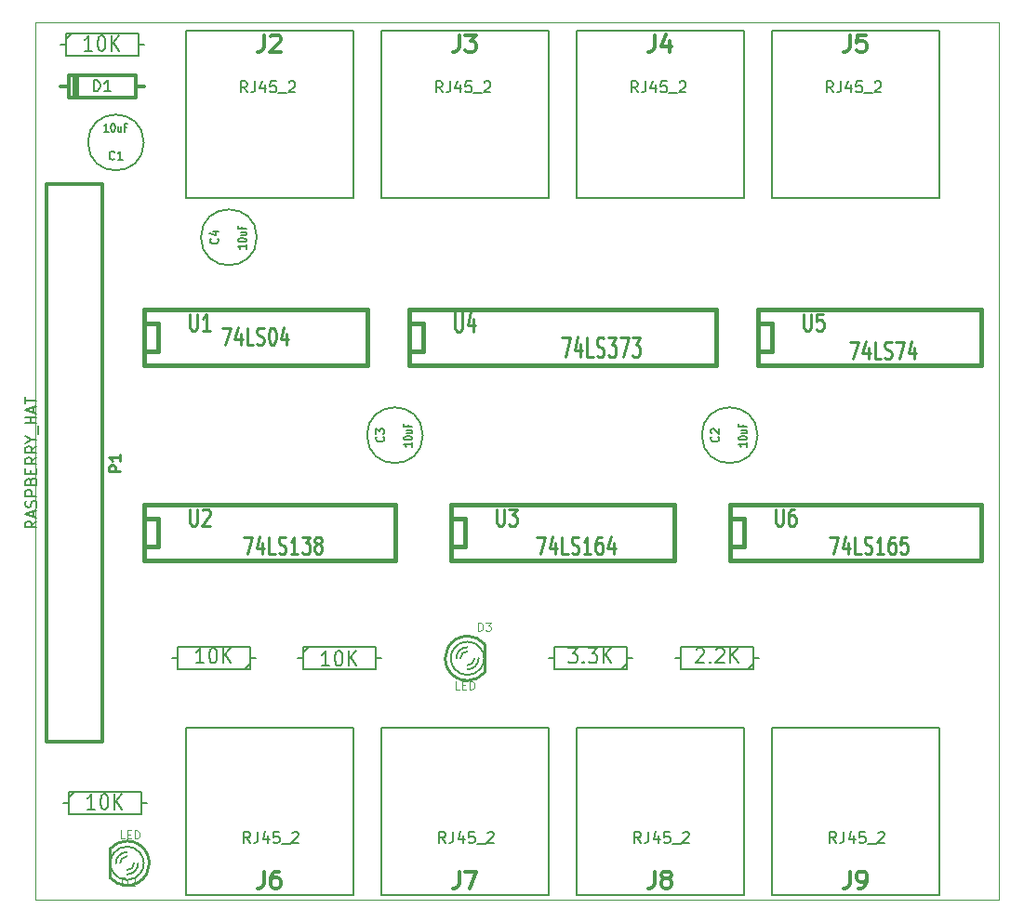
<source format=gto>
G04 (created by PCBNEW (22-Jun-2014 BZR 4027)-stable) date Cts 25 Nis 2020 13:27:14 +03*
%MOIN*%
G04 Gerber Fmt 3.4, Leading zero omitted, Abs format*
%FSLAX34Y34*%
G01*
G70*
G90*
G04 APERTURE LIST*
%ADD10C,0.00590551*%
%ADD11C,0.00393701*%
%ADD12C,0.008*%
%ADD13C,0.012*%
%ADD14C,0.015*%
%ADD15C,0.01*%
%ADD16C,0.006*%
%ADD17C,0.005*%
%ADD18C,0.0108*%
%ADD19C,0.01125*%
%ADD20C,0.0035*%
G04 APERTURE END LIST*
G54D10*
G54D11*
X7600Y-5200D02*
X7700Y-5200D01*
X7600Y-36650D02*
X7600Y-5200D01*
X42150Y-36650D02*
X7600Y-36650D01*
X42150Y-5200D02*
X42150Y-36650D01*
X7650Y-5200D02*
X42150Y-5200D01*
G54D12*
X8500Y-6000D02*
X8700Y-6000D01*
X11500Y-6000D02*
X11300Y-6000D01*
X11300Y-6000D02*
X11300Y-5600D01*
X11300Y-5600D02*
X8700Y-5600D01*
X8700Y-5600D02*
X8700Y-6400D01*
X8700Y-6400D02*
X11300Y-6400D01*
X11300Y-6400D02*
X11300Y-6000D01*
X8700Y-5800D02*
X8900Y-5600D01*
X29000Y-28000D02*
X28800Y-28000D01*
X26000Y-28000D02*
X26200Y-28000D01*
X26200Y-28000D02*
X26200Y-28400D01*
X26200Y-28400D02*
X28800Y-28400D01*
X28800Y-28400D02*
X28800Y-27600D01*
X28800Y-27600D02*
X26200Y-27600D01*
X26200Y-27600D02*
X26200Y-28000D01*
X28800Y-28200D02*
X28600Y-28400D01*
X33550Y-28000D02*
X33350Y-28000D01*
X30550Y-28000D02*
X30750Y-28000D01*
X30750Y-28000D02*
X30750Y-28400D01*
X30750Y-28400D02*
X33350Y-28400D01*
X33350Y-28400D02*
X33350Y-27600D01*
X33350Y-27600D02*
X30750Y-27600D01*
X30750Y-27600D02*
X30750Y-28000D01*
X33350Y-28200D02*
X33150Y-28400D01*
X17000Y-28000D02*
X17200Y-28000D01*
X20000Y-28000D02*
X19800Y-28000D01*
X19800Y-28000D02*
X19800Y-27600D01*
X19800Y-27600D02*
X17200Y-27600D01*
X17200Y-27600D02*
X17200Y-28400D01*
X17200Y-28400D02*
X19800Y-28400D01*
X19800Y-28400D02*
X19800Y-28000D01*
X17200Y-27800D02*
X17400Y-27600D01*
X8600Y-33200D02*
X8800Y-33200D01*
X11600Y-33200D02*
X11400Y-33200D01*
X11400Y-33200D02*
X11400Y-32800D01*
X11400Y-32800D02*
X8800Y-32800D01*
X8800Y-32800D02*
X8800Y-33600D01*
X8800Y-33600D02*
X11400Y-33600D01*
X11400Y-33600D02*
X11400Y-33200D01*
X8800Y-33000D02*
X9000Y-32800D01*
X15500Y-28000D02*
X15300Y-28000D01*
X12500Y-28000D02*
X12700Y-28000D01*
X12700Y-28000D02*
X12700Y-28400D01*
X12700Y-28400D02*
X15300Y-28400D01*
X15300Y-28400D02*
X15300Y-27600D01*
X15300Y-27600D02*
X12700Y-27600D01*
X12700Y-27600D02*
X12700Y-28000D01*
X15300Y-28200D02*
X15100Y-28400D01*
G54D13*
X8000Y-31000D02*
X8000Y-11000D01*
X10000Y-31000D02*
X10000Y-11000D01*
X10000Y-31000D02*
X8000Y-31000D01*
X10000Y-11000D02*
X8000Y-11000D01*
G54D14*
X21000Y-16000D02*
X21500Y-16000D01*
X21500Y-16000D02*
X21500Y-17000D01*
X21500Y-17000D02*
X21000Y-17000D01*
X21000Y-15500D02*
X32000Y-15500D01*
X32000Y-15500D02*
X32000Y-17500D01*
X32000Y-17500D02*
X21000Y-17500D01*
X21000Y-17500D02*
X21000Y-15500D01*
X32500Y-23000D02*
X32500Y-23000D01*
X32500Y-23000D02*
X33000Y-23000D01*
X33000Y-23000D02*
X33000Y-24000D01*
X33000Y-24000D02*
X32500Y-24000D01*
X32500Y-22500D02*
X41500Y-22500D01*
X41500Y-22500D02*
X41500Y-24500D01*
X41500Y-24500D02*
X32500Y-24500D01*
X32500Y-24500D02*
X32500Y-22500D01*
X11500Y-23000D02*
X11500Y-23000D01*
X11500Y-23000D02*
X12000Y-23000D01*
X12000Y-23000D02*
X12000Y-24000D01*
X12000Y-24000D02*
X11500Y-24000D01*
X11500Y-22500D02*
X20500Y-22500D01*
X20500Y-22500D02*
X20500Y-24500D01*
X20500Y-24500D02*
X11500Y-24500D01*
X11500Y-24500D02*
X11500Y-22500D01*
X33500Y-15500D02*
X41500Y-15500D01*
X41500Y-17500D02*
X33500Y-17500D01*
X33500Y-17500D02*
X33500Y-15500D01*
X33500Y-16000D02*
X34000Y-16000D01*
X34000Y-16000D02*
X34000Y-17000D01*
X34000Y-17000D02*
X33500Y-17000D01*
X41500Y-15500D02*
X41500Y-17500D01*
X22500Y-22500D02*
X30500Y-22500D01*
X30500Y-24500D02*
X22500Y-24500D01*
X22500Y-24500D02*
X22500Y-22500D01*
X22500Y-23000D02*
X23000Y-23000D01*
X23000Y-23000D02*
X23000Y-24000D01*
X23000Y-24000D02*
X22500Y-24000D01*
X30500Y-22500D02*
X30500Y-24500D01*
X11500Y-15500D02*
X19500Y-15500D01*
X19500Y-17500D02*
X11500Y-17500D01*
X11500Y-17500D02*
X11500Y-15500D01*
X11500Y-16000D02*
X12000Y-16000D01*
X12000Y-16000D02*
X12000Y-17000D01*
X12000Y-17000D02*
X11500Y-17000D01*
X19500Y-15500D02*
X19500Y-17500D01*
G54D13*
X8500Y-7500D02*
X8800Y-7500D01*
X8800Y-7500D02*
X8800Y-7900D01*
X8800Y-7900D02*
X11200Y-7900D01*
X11200Y-7900D02*
X11200Y-7500D01*
X11200Y-7500D02*
X11500Y-7500D01*
X11200Y-7500D02*
X11200Y-7100D01*
X11200Y-7100D02*
X8800Y-7100D01*
X8800Y-7100D02*
X8800Y-7500D01*
X9000Y-7900D02*
X9000Y-7100D01*
X9100Y-7100D02*
X9100Y-7900D01*
G54D15*
X10280Y-34850D02*
X10280Y-35850D01*
G54D16*
X11360Y-35734D02*
G75*
G03X11500Y-35350I-460J384D01*
G74*
G01*
X11499Y-35350D02*
G75*
G03X11348Y-34952I-599J0D01*
G74*
G01*
X10300Y-35350D02*
G75*
G03X10444Y-35739I599J0D01*
G74*
G01*
X10439Y-34965D02*
G75*
G03X10300Y-35350I460J-384D01*
G74*
G01*
X10412Y-35699D02*
G75*
G03X10900Y-35950I487J349D01*
G74*
G01*
X10900Y-35950D02*
G75*
G03X11379Y-35710I0J600D01*
G74*
G01*
X10900Y-34750D02*
G75*
G03X10427Y-34981I0J-599D01*
G74*
G01*
X11373Y-34981D02*
G75*
G03X10900Y-34750I-473J-368D01*
G74*
G01*
X10900Y-35600D02*
G75*
G03X11150Y-35350I0J250D01*
G74*
G01*
X10900Y-35750D02*
G75*
G03X11300Y-35350I0J400D01*
G74*
G01*
X10900Y-35100D02*
G75*
G03X10650Y-35350I0J-250D01*
G74*
G01*
X10900Y-34950D02*
G75*
G03X10500Y-35350I0J-400D01*
G74*
G01*
G54D15*
X10286Y-35863D02*
G75*
G03X10900Y-36150I613J513D01*
G74*
G01*
X10900Y-36149D02*
G75*
G03X11604Y-35726I0J799D01*
G74*
G01*
X10898Y-34551D02*
G75*
G03X10289Y-34834I1J-798D01*
G74*
G01*
X11594Y-34952D02*
G75*
G03X10900Y-34550I-694J-397D01*
G74*
G01*
X11604Y-35729D02*
G75*
G03X11700Y-35350I-704J379D01*
G74*
G01*
X11699Y-35350D02*
G75*
G03X11581Y-34931I-799J0D01*
G74*
G01*
X23720Y-28500D02*
X23720Y-27500D01*
G54D16*
X22639Y-27615D02*
G75*
G03X22500Y-28000I460J-384D01*
G74*
G01*
X22500Y-28000D02*
G75*
G03X22651Y-28397I599J0D01*
G74*
G01*
X23699Y-28000D02*
G75*
G03X23555Y-27610I-599J0D01*
G74*
G01*
X23560Y-28384D02*
G75*
G03X23700Y-28000I-460J384D01*
G74*
G01*
X23587Y-27650D02*
G75*
G03X23100Y-27400I-487J-349D01*
G74*
G01*
X23100Y-27400D02*
G75*
G03X22620Y-27639I0J-600D01*
G74*
G01*
X23100Y-28599D02*
G75*
G03X23572Y-28368I0J599D01*
G74*
G01*
X22626Y-28368D02*
G75*
G03X23100Y-28600I473J368D01*
G74*
G01*
X23100Y-27750D02*
G75*
G03X22850Y-28000I0J-250D01*
G74*
G01*
X23100Y-27600D02*
G75*
G03X22700Y-28000I0J-400D01*
G74*
G01*
X23100Y-28250D02*
G75*
G03X23350Y-28000I0J250D01*
G74*
G01*
X23100Y-28400D02*
G75*
G03X23500Y-28000I0J400D01*
G74*
G01*
G54D15*
X23713Y-27486D02*
G75*
G03X23100Y-27200I-613J-513D01*
G74*
G01*
X23100Y-27201D02*
G75*
G03X22395Y-27623I0J-799D01*
G74*
G01*
X23101Y-28798D02*
G75*
G03X23710Y-28515I-1J798D01*
G74*
G01*
X22405Y-28397D02*
G75*
G03X23100Y-28800I694J397D01*
G74*
G01*
X22395Y-27620D02*
G75*
G03X22300Y-28000I704J-379D01*
G74*
G01*
X22300Y-28000D02*
G75*
G03X22418Y-28418I799J0D01*
G74*
G01*
G54D17*
X11501Y-9500D02*
G75*
G03X11501Y-9500I-1001J0D01*
G74*
G01*
X21501Y-20000D02*
G75*
G03X21501Y-20000I-1001J0D01*
G74*
G01*
X33501Y-20000D02*
G75*
G03X33501Y-20000I-1001J0D01*
G74*
G01*
G54D10*
X34000Y-11500D02*
X34000Y-5500D01*
X40000Y-5500D02*
X34000Y-5500D01*
X40000Y-11500D02*
X40000Y-5500D01*
G54D17*
X34000Y-11500D02*
X40000Y-11500D01*
G54D10*
X27000Y-11500D02*
X27000Y-5500D01*
X33000Y-5500D02*
X27000Y-5500D01*
X33000Y-11500D02*
X33000Y-5500D01*
G54D17*
X27000Y-11500D02*
X33000Y-11500D01*
G54D10*
X20000Y-11500D02*
X20000Y-5500D01*
X26000Y-5500D02*
X20000Y-5500D01*
X26000Y-11500D02*
X26000Y-5500D01*
G54D17*
X20000Y-11500D02*
X26000Y-11500D01*
G54D10*
X13000Y-11500D02*
X13000Y-5500D01*
X19000Y-5500D02*
X13000Y-5500D01*
X19000Y-11500D02*
X19000Y-5500D01*
G54D17*
X13000Y-11500D02*
X19000Y-11500D01*
G54D10*
X40000Y-30500D02*
X40000Y-36500D01*
X34000Y-36500D02*
X40000Y-36500D01*
X34000Y-30500D02*
X34000Y-36500D01*
G54D17*
X40000Y-30500D02*
X34000Y-30500D01*
G54D10*
X33000Y-30500D02*
X33000Y-36500D01*
X27000Y-36500D02*
X33000Y-36500D01*
X27000Y-30500D02*
X27000Y-36500D01*
G54D17*
X33000Y-30500D02*
X27000Y-30500D01*
G54D10*
X26000Y-30500D02*
X26000Y-36500D01*
X20000Y-36500D02*
X26000Y-36500D01*
X20000Y-30500D02*
X20000Y-36500D01*
G54D17*
X26000Y-30500D02*
X20000Y-30500D01*
G54D10*
X19000Y-30500D02*
X19000Y-36500D01*
X13000Y-36500D02*
X19000Y-36500D01*
X13000Y-30500D02*
X13000Y-36500D01*
G54D17*
X19000Y-30500D02*
X13000Y-30500D01*
X15551Y-12900D02*
G75*
G03X15551Y-12900I-1001J0D01*
G74*
G01*
G54D12*
X9654Y-6222D02*
X9369Y-6222D01*
X9511Y-6222D02*
X9511Y-5672D01*
X9464Y-5751D01*
X9416Y-5803D01*
X9369Y-5829D01*
X9964Y-5672D02*
X10011Y-5672D01*
X10059Y-5698D01*
X10083Y-5725D01*
X10107Y-5777D01*
X10130Y-5882D01*
X10130Y-6013D01*
X10107Y-6117D01*
X10083Y-6170D01*
X10059Y-6196D01*
X10011Y-6222D01*
X9964Y-6222D01*
X9916Y-6196D01*
X9892Y-6170D01*
X9869Y-6117D01*
X9845Y-6013D01*
X9845Y-5882D01*
X9869Y-5777D01*
X9892Y-5725D01*
X9916Y-5698D01*
X9964Y-5672D01*
X10345Y-6222D02*
X10345Y-5672D01*
X10630Y-6222D02*
X10416Y-5908D01*
X10630Y-5672D02*
X10345Y-5986D01*
X26726Y-27622D02*
X27035Y-27622D01*
X26869Y-27832D01*
X26940Y-27832D01*
X26988Y-27858D01*
X27011Y-27884D01*
X27035Y-27936D01*
X27035Y-28067D01*
X27011Y-28120D01*
X26988Y-28146D01*
X26940Y-28172D01*
X26797Y-28172D01*
X26750Y-28146D01*
X26726Y-28120D01*
X27250Y-28120D02*
X27273Y-28146D01*
X27250Y-28172D01*
X27226Y-28146D01*
X27250Y-28120D01*
X27250Y-28172D01*
X27440Y-27622D02*
X27750Y-27622D01*
X27583Y-27832D01*
X27654Y-27832D01*
X27702Y-27858D01*
X27726Y-27884D01*
X27750Y-27936D01*
X27750Y-28067D01*
X27726Y-28120D01*
X27702Y-28146D01*
X27654Y-28172D01*
X27511Y-28172D01*
X27464Y-28146D01*
X27440Y-28120D01*
X27964Y-28172D02*
X27964Y-27622D01*
X28250Y-28172D02*
X28035Y-27858D01*
X28250Y-27622D02*
X27964Y-27936D01*
X31300Y-27675D02*
X31323Y-27648D01*
X31371Y-27622D01*
X31490Y-27622D01*
X31538Y-27648D01*
X31561Y-27675D01*
X31585Y-27727D01*
X31585Y-27779D01*
X31561Y-27858D01*
X31276Y-28172D01*
X31585Y-28172D01*
X31800Y-28120D02*
X31823Y-28146D01*
X31800Y-28172D01*
X31776Y-28146D01*
X31800Y-28120D01*
X31800Y-28172D01*
X32014Y-27675D02*
X32038Y-27648D01*
X32085Y-27622D01*
X32204Y-27622D01*
X32252Y-27648D01*
X32276Y-27675D01*
X32300Y-27727D01*
X32300Y-27779D01*
X32276Y-27858D01*
X31990Y-28172D01*
X32300Y-28172D01*
X32514Y-28172D02*
X32514Y-27622D01*
X32800Y-28172D02*
X32585Y-27858D01*
X32800Y-27622D02*
X32514Y-27936D01*
X18154Y-28272D02*
X17869Y-28272D01*
X18011Y-28272D02*
X18011Y-27722D01*
X17964Y-27801D01*
X17916Y-27853D01*
X17869Y-27879D01*
X18464Y-27722D02*
X18511Y-27722D01*
X18559Y-27748D01*
X18583Y-27775D01*
X18607Y-27827D01*
X18630Y-27932D01*
X18630Y-28063D01*
X18607Y-28167D01*
X18583Y-28220D01*
X18559Y-28246D01*
X18511Y-28272D01*
X18464Y-28272D01*
X18416Y-28246D01*
X18392Y-28220D01*
X18369Y-28167D01*
X18345Y-28063D01*
X18345Y-27932D01*
X18369Y-27827D01*
X18392Y-27775D01*
X18416Y-27748D01*
X18464Y-27722D01*
X18845Y-28272D02*
X18845Y-27722D01*
X19130Y-28272D02*
X18916Y-27958D01*
X19130Y-27722D02*
X18845Y-28036D01*
X9754Y-33422D02*
X9469Y-33422D01*
X9611Y-33422D02*
X9611Y-32872D01*
X9564Y-32951D01*
X9516Y-33003D01*
X9469Y-33029D01*
X10064Y-32872D02*
X10111Y-32872D01*
X10159Y-32898D01*
X10183Y-32925D01*
X10207Y-32977D01*
X10230Y-33082D01*
X10230Y-33213D01*
X10207Y-33317D01*
X10183Y-33370D01*
X10159Y-33396D01*
X10111Y-33422D01*
X10064Y-33422D01*
X10016Y-33396D01*
X9992Y-33370D01*
X9969Y-33317D01*
X9945Y-33213D01*
X9945Y-33082D01*
X9969Y-32977D01*
X9992Y-32925D01*
X10016Y-32898D01*
X10064Y-32872D01*
X10445Y-33422D02*
X10445Y-32872D01*
X10730Y-33422D02*
X10516Y-33108D01*
X10730Y-32872D02*
X10445Y-33186D01*
X13654Y-28172D02*
X13369Y-28172D01*
X13511Y-28172D02*
X13511Y-27622D01*
X13464Y-27701D01*
X13416Y-27753D01*
X13369Y-27779D01*
X13964Y-27622D02*
X14011Y-27622D01*
X14059Y-27648D01*
X14083Y-27675D01*
X14107Y-27727D01*
X14130Y-27832D01*
X14130Y-27963D01*
X14107Y-28067D01*
X14083Y-28120D01*
X14059Y-28146D01*
X14011Y-28172D01*
X13964Y-28172D01*
X13916Y-28146D01*
X13892Y-28120D01*
X13869Y-28067D01*
X13845Y-27963D01*
X13845Y-27832D01*
X13869Y-27727D01*
X13892Y-27675D01*
X13916Y-27648D01*
X13964Y-27622D01*
X14345Y-28172D02*
X14345Y-27622D01*
X14630Y-28172D02*
X14416Y-27858D01*
X14630Y-27622D02*
X14345Y-27936D01*
G54D15*
X10661Y-21295D02*
X10261Y-21295D01*
X10261Y-21142D01*
X10280Y-21104D01*
X10300Y-21085D01*
X10338Y-21066D01*
X10395Y-21066D01*
X10433Y-21085D01*
X10452Y-21104D01*
X10471Y-21142D01*
X10471Y-21295D01*
X10661Y-20685D02*
X10661Y-20914D01*
X10661Y-20799D02*
X10261Y-20799D01*
X10319Y-20838D01*
X10357Y-20876D01*
X10376Y-20914D01*
G54D18*
G54D12*
X7661Y-23076D02*
X7471Y-23209D01*
X7661Y-23304D02*
X7261Y-23304D01*
X7261Y-23152D01*
X7280Y-23114D01*
X7300Y-23095D01*
X7338Y-23076D01*
X7395Y-23076D01*
X7433Y-23095D01*
X7452Y-23114D01*
X7471Y-23152D01*
X7471Y-23304D01*
X7547Y-22923D02*
X7547Y-22733D01*
X7661Y-22961D02*
X7261Y-22828D01*
X7661Y-22695D01*
X7642Y-22580D02*
X7661Y-22523D01*
X7661Y-22428D01*
X7642Y-22390D01*
X7623Y-22371D01*
X7585Y-22352D01*
X7547Y-22352D01*
X7509Y-22371D01*
X7490Y-22390D01*
X7471Y-22428D01*
X7452Y-22504D01*
X7433Y-22542D01*
X7414Y-22561D01*
X7376Y-22580D01*
X7338Y-22580D01*
X7300Y-22561D01*
X7280Y-22542D01*
X7261Y-22504D01*
X7261Y-22409D01*
X7280Y-22352D01*
X7661Y-22180D02*
X7261Y-22180D01*
X7261Y-22028D01*
X7280Y-21990D01*
X7300Y-21971D01*
X7338Y-21952D01*
X7395Y-21952D01*
X7433Y-21971D01*
X7452Y-21990D01*
X7471Y-22028D01*
X7471Y-22180D01*
X7452Y-21647D02*
X7471Y-21590D01*
X7490Y-21571D01*
X7528Y-21552D01*
X7585Y-21552D01*
X7623Y-21571D01*
X7642Y-21590D01*
X7661Y-21628D01*
X7661Y-21780D01*
X7261Y-21780D01*
X7261Y-21647D01*
X7280Y-21609D01*
X7300Y-21590D01*
X7338Y-21571D01*
X7376Y-21571D01*
X7414Y-21590D01*
X7433Y-21609D01*
X7452Y-21647D01*
X7452Y-21780D01*
X7452Y-21380D02*
X7452Y-21247D01*
X7661Y-21190D02*
X7661Y-21380D01*
X7261Y-21380D01*
X7261Y-21190D01*
X7661Y-20790D02*
X7471Y-20923D01*
X7661Y-21019D02*
X7261Y-21019D01*
X7261Y-20866D01*
X7280Y-20828D01*
X7300Y-20809D01*
X7338Y-20790D01*
X7395Y-20790D01*
X7433Y-20809D01*
X7452Y-20828D01*
X7471Y-20866D01*
X7471Y-21019D01*
X7661Y-20390D02*
X7471Y-20523D01*
X7661Y-20619D02*
X7261Y-20619D01*
X7261Y-20466D01*
X7280Y-20428D01*
X7300Y-20409D01*
X7338Y-20390D01*
X7395Y-20390D01*
X7433Y-20409D01*
X7452Y-20428D01*
X7471Y-20466D01*
X7471Y-20619D01*
X7471Y-20142D02*
X7661Y-20142D01*
X7261Y-20276D02*
X7471Y-20142D01*
X7261Y-20009D01*
X7700Y-19971D02*
X7700Y-19666D01*
X7661Y-19571D02*
X7261Y-19571D01*
X7452Y-19571D02*
X7452Y-19342D01*
X7661Y-19342D02*
X7261Y-19342D01*
X7547Y-19171D02*
X7547Y-18980D01*
X7661Y-19209D02*
X7261Y-19076D01*
X7661Y-18942D01*
X7261Y-18866D02*
X7261Y-18638D01*
X7661Y-18752D02*
X7261Y-18752D01*
G54D19*
X22657Y-15583D02*
X22657Y-16150D01*
X22678Y-16216D01*
X22700Y-16250D01*
X22742Y-16283D01*
X22828Y-16283D01*
X22871Y-16250D01*
X22892Y-16216D01*
X22914Y-16150D01*
X22914Y-15583D01*
X23321Y-15816D02*
X23321Y-16283D01*
X23214Y-15550D02*
X23107Y-16050D01*
X23385Y-16050D01*
G54D13*
G54D19*
X26496Y-16483D02*
X26796Y-16483D01*
X26603Y-17183D01*
X27160Y-16716D02*
X27160Y-17183D01*
X27053Y-16450D02*
X26946Y-16950D01*
X27225Y-16950D01*
X27610Y-17183D02*
X27396Y-17183D01*
X27396Y-16483D01*
X27739Y-17150D02*
X27803Y-17183D01*
X27910Y-17183D01*
X27953Y-17150D01*
X27975Y-17116D01*
X27996Y-17050D01*
X27996Y-16983D01*
X27975Y-16916D01*
X27953Y-16883D01*
X27910Y-16850D01*
X27825Y-16816D01*
X27782Y-16783D01*
X27760Y-16750D01*
X27739Y-16683D01*
X27739Y-16616D01*
X27760Y-16550D01*
X27782Y-16516D01*
X27825Y-16483D01*
X27932Y-16483D01*
X27996Y-16516D01*
X28146Y-16483D02*
X28425Y-16483D01*
X28275Y-16750D01*
X28339Y-16750D01*
X28382Y-16783D01*
X28403Y-16816D01*
X28425Y-16883D01*
X28425Y-17050D01*
X28403Y-17116D01*
X28382Y-17150D01*
X28339Y-17183D01*
X28210Y-17183D01*
X28167Y-17150D01*
X28146Y-17116D01*
X28575Y-16483D02*
X28875Y-16483D01*
X28682Y-17183D01*
X29003Y-16483D02*
X29282Y-16483D01*
X29132Y-16750D01*
X29196Y-16750D01*
X29239Y-16783D01*
X29260Y-16816D01*
X29282Y-16883D01*
X29282Y-17050D01*
X29260Y-17116D01*
X29239Y-17150D01*
X29196Y-17183D01*
X29067Y-17183D01*
X29024Y-17150D01*
X29003Y-17116D01*
G54D13*
G54D19*
X34157Y-22642D02*
X34157Y-23128D01*
X34178Y-23185D01*
X34200Y-23214D01*
X34242Y-23242D01*
X34328Y-23242D01*
X34371Y-23214D01*
X34392Y-23185D01*
X34414Y-23128D01*
X34414Y-22642D01*
X34821Y-22642D02*
X34735Y-22642D01*
X34692Y-22671D01*
X34671Y-22700D01*
X34628Y-22785D01*
X34607Y-22900D01*
X34607Y-23128D01*
X34628Y-23185D01*
X34650Y-23214D01*
X34692Y-23242D01*
X34778Y-23242D01*
X34821Y-23214D01*
X34842Y-23185D01*
X34864Y-23128D01*
X34864Y-22985D01*
X34842Y-22928D01*
X34821Y-22900D01*
X34778Y-22871D01*
X34692Y-22871D01*
X34650Y-22900D01*
X34628Y-22928D01*
X34607Y-22985D01*
G54D13*
G54D19*
X36096Y-23642D02*
X36396Y-23642D01*
X36203Y-24242D01*
X36760Y-23842D02*
X36760Y-24242D01*
X36653Y-23614D02*
X36546Y-24042D01*
X36825Y-24042D01*
X37210Y-24242D02*
X36996Y-24242D01*
X36996Y-23642D01*
X37339Y-24214D02*
X37403Y-24242D01*
X37510Y-24242D01*
X37553Y-24214D01*
X37575Y-24185D01*
X37596Y-24128D01*
X37596Y-24071D01*
X37575Y-24014D01*
X37553Y-23985D01*
X37510Y-23957D01*
X37425Y-23928D01*
X37382Y-23900D01*
X37360Y-23871D01*
X37339Y-23814D01*
X37339Y-23757D01*
X37360Y-23700D01*
X37382Y-23671D01*
X37425Y-23642D01*
X37532Y-23642D01*
X37596Y-23671D01*
X38025Y-24242D02*
X37767Y-24242D01*
X37896Y-24242D02*
X37896Y-23642D01*
X37853Y-23728D01*
X37810Y-23785D01*
X37767Y-23814D01*
X38410Y-23642D02*
X38325Y-23642D01*
X38282Y-23671D01*
X38260Y-23700D01*
X38217Y-23785D01*
X38196Y-23900D01*
X38196Y-24128D01*
X38217Y-24185D01*
X38239Y-24214D01*
X38282Y-24242D01*
X38367Y-24242D01*
X38410Y-24214D01*
X38432Y-24185D01*
X38453Y-24128D01*
X38453Y-23985D01*
X38432Y-23928D01*
X38410Y-23900D01*
X38367Y-23871D01*
X38282Y-23871D01*
X38239Y-23900D01*
X38217Y-23928D01*
X38196Y-23985D01*
X38860Y-23642D02*
X38646Y-23642D01*
X38624Y-23928D01*
X38646Y-23900D01*
X38689Y-23871D01*
X38796Y-23871D01*
X38839Y-23900D01*
X38860Y-23928D01*
X38882Y-23985D01*
X38882Y-24128D01*
X38860Y-24185D01*
X38839Y-24214D01*
X38796Y-24242D01*
X38689Y-24242D01*
X38646Y-24214D01*
X38624Y-24185D01*
G54D13*
G54D19*
X13157Y-22642D02*
X13157Y-23128D01*
X13178Y-23185D01*
X13200Y-23214D01*
X13242Y-23242D01*
X13328Y-23242D01*
X13371Y-23214D01*
X13392Y-23185D01*
X13414Y-23128D01*
X13414Y-22642D01*
X13607Y-22700D02*
X13628Y-22671D01*
X13671Y-22642D01*
X13778Y-22642D01*
X13821Y-22671D01*
X13842Y-22700D01*
X13864Y-22757D01*
X13864Y-22814D01*
X13842Y-22900D01*
X13585Y-23242D01*
X13864Y-23242D01*
G54D13*
G54D19*
X15096Y-23642D02*
X15396Y-23642D01*
X15203Y-24242D01*
X15760Y-23842D02*
X15760Y-24242D01*
X15653Y-23614D02*
X15546Y-24042D01*
X15825Y-24042D01*
X16210Y-24242D02*
X15996Y-24242D01*
X15996Y-23642D01*
X16339Y-24214D02*
X16403Y-24242D01*
X16510Y-24242D01*
X16553Y-24214D01*
X16575Y-24185D01*
X16596Y-24128D01*
X16596Y-24071D01*
X16575Y-24014D01*
X16553Y-23985D01*
X16510Y-23957D01*
X16425Y-23928D01*
X16382Y-23900D01*
X16360Y-23871D01*
X16339Y-23814D01*
X16339Y-23757D01*
X16360Y-23700D01*
X16382Y-23671D01*
X16425Y-23642D01*
X16532Y-23642D01*
X16596Y-23671D01*
X17025Y-24242D02*
X16767Y-24242D01*
X16896Y-24242D02*
X16896Y-23642D01*
X16853Y-23728D01*
X16810Y-23785D01*
X16767Y-23814D01*
X17175Y-23642D02*
X17453Y-23642D01*
X17303Y-23871D01*
X17367Y-23871D01*
X17410Y-23900D01*
X17432Y-23928D01*
X17453Y-23985D01*
X17453Y-24128D01*
X17432Y-24185D01*
X17410Y-24214D01*
X17367Y-24242D01*
X17239Y-24242D01*
X17196Y-24214D01*
X17175Y-24185D01*
X17710Y-23900D02*
X17667Y-23871D01*
X17646Y-23842D01*
X17624Y-23785D01*
X17624Y-23757D01*
X17646Y-23700D01*
X17667Y-23671D01*
X17710Y-23642D01*
X17796Y-23642D01*
X17839Y-23671D01*
X17860Y-23700D01*
X17882Y-23757D01*
X17882Y-23785D01*
X17860Y-23842D01*
X17839Y-23871D01*
X17796Y-23900D01*
X17710Y-23900D01*
X17667Y-23928D01*
X17646Y-23957D01*
X17624Y-24014D01*
X17624Y-24128D01*
X17646Y-24185D01*
X17667Y-24214D01*
X17710Y-24242D01*
X17796Y-24242D01*
X17839Y-24214D01*
X17860Y-24185D01*
X17882Y-24128D01*
X17882Y-24014D01*
X17860Y-23957D01*
X17839Y-23928D01*
X17796Y-23900D01*
G54D13*
G54D19*
X35157Y-15642D02*
X35157Y-16128D01*
X35178Y-16185D01*
X35200Y-16214D01*
X35242Y-16242D01*
X35328Y-16242D01*
X35371Y-16214D01*
X35392Y-16185D01*
X35414Y-16128D01*
X35414Y-15642D01*
X35842Y-15642D02*
X35628Y-15642D01*
X35607Y-15928D01*
X35628Y-15900D01*
X35671Y-15871D01*
X35778Y-15871D01*
X35821Y-15900D01*
X35842Y-15928D01*
X35864Y-15985D01*
X35864Y-16128D01*
X35842Y-16185D01*
X35821Y-16214D01*
X35778Y-16242D01*
X35671Y-16242D01*
X35628Y-16214D01*
X35607Y-16185D01*
G54D13*
G54D19*
X36810Y-16642D02*
X37110Y-16642D01*
X36917Y-17242D01*
X37475Y-16842D02*
X37475Y-17242D01*
X37367Y-16614D02*
X37260Y-17042D01*
X37539Y-17042D01*
X37925Y-17242D02*
X37710Y-17242D01*
X37710Y-16642D01*
X38053Y-17214D02*
X38117Y-17242D01*
X38225Y-17242D01*
X38267Y-17214D01*
X38289Y-17185D01*
X38310Y-17128D01*
X38310Y-17071D01*
X38289Y-17014D01*
X38267Y-16985D01*
X38225Y-16957D01*
X38139Y-16928D01*
X38096Y-16900D01*
X38075Y-16871D01*
X38053Y-16814D01*
X38053Y-16757D01*
X38075Y-16700D01*
X38096Y-16671D01*
X38139Y-16642D01*
X38246Y-16642D01*
X38310Y-16671D01*
X38460Y-16642D02*
X38760Y-16642D01*
X38567Y-17242D01*
X39125Y-16842D02*
X39125Y-17242D01*
X39017Y-16614D02*
X38910Y-17042D01*
X39189Y-17042D01*
G54D13*
G54D19*
X24157Y-22642D02*
X24157Y-23128D01*
X24178Y-23185D01*
X24200Y-23214D01*
X24242Y-23242D01*
X24328Y-23242D01*
X24371Y-23214D01*
X24392Y-23185D01*
X24414Y-23128D01*
X24414Y-22642D01*
X24585Y-22642D02*
X24864Y-22642D01*
X24714Y-22871D01*
X24778Y-22871D01*
X24821Y-22900D01*
X24842Y-22928D01*
X24864Y-22985D01*
X24864Y-23128D01*
X24842Y-23185D01*
X24821Y-23214D01*
X24778Y-23242D01*
X24650Y-23242D01*
X24607Y-23214D01*
X24585Y-23185D01*
G54D13*
G54D19*
X25596Y-23642D02*
X25896Y-23642D01*
X25703Y-24242D01*
X26260Y-23842D02*
X26260Y-24242D01*
X26153Y-23614D02*
X26046Y-24042D01*
X26325Y-24042D01*
X26710Y-24242D02*
X26496Y-24242D01*
X26496Y-23642D01*
X26839Y-24214D02*
X26903Y-24242D01*
X27010Y-24242D01*
X27053Y-24214D01*
X27075Y-24185D01*
X27096Y-24128D01*
X27096Y-24071D01*
X27075Y-24014D01*
X27053Y-23985D01*
X27010Y-23957D01*
X26925Y-23928D01*
X26882Y-23900D01*
X26860Y-23871D01*
X26839Y-23814D01*
X26839Y-23757D01*
X26860Y-23700D01*
X26882Y-23671D01*
X26925Y-23642D01*
X27032Y-23642D01*
X27096Y-23671D01*
X27525Y-24242D02*
X27267Y-24242D01*
X27396Y-24242D02*
X27396Y-23642D01*
X27353Y-23728D01*
X27310Y-23785D01*
X27267Y-23814D01*
X27910Y-23642D02*
X27825Y-23642D01*
X27782Y-23671D01*
X27760Y-23700D01*
X27717Y-23785D01*
X27696Y-23900D01*
X27696Y-24128D01*
X27717Y-24185D01*
X27739Y-24214D01*
X27782Y-24242D01*
X27867Y-24242D01*
X27910Y-24214D01*
X27932Y-24185D01*
X27953Y-24128D01*
X27953Y-23985D01*
X27932Y-23928D01*
X27910Y-23900D01*
X27867Y-23871D01*
X27782Y-23871D01*
X27739Y-23900D01*
X27717Y-23928D01*
X27696Y-23985D01*
X28339Y-23842D02*
X28339Y-24242D01*
X28232Y-23614D02*
X28124Y-24042D01*
X28403Y-24042D01*
G54D13*
G54D19*
X13157Y-15642D02*
X13157Y-16128D01*
X13178Y-16185D01*
X13200Y-16214D01*
X13242Y-16242D01*
X13328Y-16242D01*
X13371Y-16214D01*
X13392Y-16185D01*
X13414Y-16128D01*
X13414Y-15642D01*
X13864Y-16242D02*
X13607Y-16242D01*
X13735Y-16242D02*
X13735Y-15642D01*
X13692Y-15728D01*
X13650Y-15785D01*
X13607Y-15814D01*
G54D13*
G54D19*
X14310Y-16142D02*
X14610Y-16142D01*
X14417Y-16742D01*
X14975Y-16342D02*
X14975Y-16742D01*
X14867Y-16114D02*
X14760Y-16542D01*
X15039Y-16542D01*
X15425Y-16742D02*
X15210Y-16742D01*
X15210Y-16142D01*
X15553Y-16714D02*
X15617Y-16742D01*
X15725Y-16742D01*
X15767Y-16714D01*
X15789Y-16685D01*
X15810Y-16628D01*
X15810Y-16571D01*
X15789Y-16514D01*
X15767Y-16485D01*
X15725Y-16457D01*
X15639Y-16428D01*
X15596Y-16400D01*
X15575Y-16371D01*
X15553Y-16314D01*
X15553Y-16257D01*
X15575Y-16200D01*
X15596Y-16171D01*
X15639Y-16142D01*
X15746Y-16142D01*
X15810Y-16171D01*
X16089Y-16142D02*
X16132Y-16142D01*
X16175Y-16171D01*
X16196Y-16200D01*
X16217Y-16257D01*
X16239Y-16371D01*
X16239Y-16514D01*
X16217Y-16628D01*
X16196Y-16685D01*
X16175Y-16714D01*
X16132Y-16742D01*
X16089Y-16742D01*
X16046Y-16714D01*
X16025Y-16685D01*
X16003Y-16628D01*
X15982Y-16514D01*
X15982Y-16371D01*
X16003Y-16257D01*
X16025Y-16200D01*
X16046Y-16171D01*
X16089Y-16142D01*
X16625Y-16342D02*
X16625Y-16742D01*
X16517Y-16114D02*
X16410Y-16542D01*
X16689Y-16542D01*
G54D13*
G54D12*
X9704Y-7661D02*
X9704Y-7261D01*
X9800Y-7261D01*
X9857Y-7280D01*
X9895Y-7319D01*
X9914Y-7357D01*
X9933Y-7433D01*
X9933Y-7490D01*
X9914Y-7566D01*
X9895Y-7604D01*
X9857Y-7642D01*
X9800Y-7661D01*
X9704Y-7661D01*
X10314Y-7661D02*
X10085Y-7661D01*
X10200Y-7661D02*
X10200Y-7261D01*
X10161Y-7319D01*
X10123Y-7357D01*
X10085Y-7376D01*
G54D20*
X10728Y-36171D02*
X10728Y-35871D01*
X10800Y-35871D01*
X10842Y-35885D01*
X10871Y-35914D01*
X10885Y-35942D01*
X10900Y-36000D01*
X10900Y-36042D01*
X10885Y-36100D01*
X10871Y-36128D01*
X10842Y-36157D01*
X10800Y-36171D01*
X10728Y-36171D01*
X11014Y-35900D02*
X11028Y-35885D01*
X11057Y-35871D01*
X11128Y-35871D01*
X11157Y-35885D01*
X11171Y-35900D01*
X11185Y-35928D01*
X11185Y-35957D01*
X11171Y-36000D01*
X11000Y-36171D01*
X11185Y-36171D01*
X10807Y-34471D02*
X10664Y-34471D01*
X10664Y-34171D01*
X10907Y-34314D02*
X11007Y-34314D01*
X11050Y-34471D02*
X10907Y-34471D01*
X10907Y-34171D01*
X11050Y-34171D01*
X11178Y-34471D02*
X11178Y-34171D01*
X11250Y-34171D01*
X11292Y-34185D01*
X11321Y-34214D01*
X11335Y-34242D01*
X11350Y-34300D01*
X11350Y-34342D01*
X11335Y-34400D01*
X11321Y-34428D01*
X11292Y-34457D01*
X11250Y-34471D01*
X11178Y-34471D01*
X23478Y-27021D02*
X23478Y-26721D01*
X23550Y-26721D01*
X23592Y-26735D01*
X23621Y-26764D01*
X23635Y-26792D01*
X23650Y-26850D01*
X23650Y-26892D01*
X23635Y-26950D01*
X23621Y-26978D01*
X23592Y-27007D01*
X23550Y-27021D01*
X23478Y-27021D01*
X23750Y-26721D02*
X23935Y-26721D01*
X23835Y-26835D01*
X23878Y-26835D01*
X23907Y-26850D01*
X23921Y-26864D01*
X23935Y-26892D01*
X23935Y-26964D01*
X23921Y-26992D01*
X23907Y-27007D01*
X23878Y-27021D01*
X23792Y-27021D01*
X23764Y-27007D01*
X23750Y-26992D01*
X22807Y-29121D02*
X22664Y-29121D01*
X22664Y-28821D01*
X22907Y-28964D02*
X23007Y-28964D01*
X23050Y-29121D02*
X22907Y-29121D01*
X22907Y-28821D01*
X23050Y-28821D01*
X23178Y-29121D02*
X23178Y-28821D01*
X23250Y-28821D01*
X23292Y-28835D01*
X23321Y-28864D01*
X23335Y-28892D01*
X23350Y-28950D01*
X23350Y-28992D01*
X23335Y-29050D01*
X23321Y-29078D01*
X23292Y-29107D01*
X23250Y-29121D01*
X23178Y-29121D01*
G54D17*
X10450Y-10091D02*
X10435Y-10106D01*
X10392Y-10120D01*
X10364Y-10120D01*
X10321Y-10106D01*
X10292Y-10077D01*
X10278Y-10049D01*
X10264Y-9991D01*
X10264Y-9949D01*
X10278Y-9891D01*
X10292Y-9863D01*
X10321Y-9834D01*
X10364Y-9820D01*
X10392Y-9820D01*
X10435Y-9834D01*
X10450Y-9849D01*
X10735Y-10120D02*
X10564Y-10120D01*
X10650Y-10120D02*
X10650Y-9820D01*
X10621Y-9863D01*
X10592Y-9891D01*
X10564Y-9906D01*
X10232Y-9121D02*
X10089Y-9121D01*
X10160Y-9121D02*
X10160Y-8821D01*
X10136Y-8864D01*
X10113Y-8892D01*
X10089Y-8907D01*
X10386Y-8821D02*
X10410Y-8821D01*
X10434Y-8835D01*
X10446Y-8850D01*
X10458Y-8878D01*
X10470Y-8935D01*
X10470Y-9007D01*
X10458Y-9064D01*
X10446Y-9092D01*
X10434Y-9107D01*
X10410Y-9121D01*
X10386Y-9121D01*
X10363Y-9107D01*
X10351Y-9092D01*
X10339Y-9064D01*
X10327Y-9007D01*
X10327Y-8935D01*
X10339Y-8878D01*
X10351Y-8850D01*
X10363Y-8835D01*
X10386Y-8821D01*
X10684Y-8921D02*
X10684Y-9121D01*
X10577Y-8921D02*
X10577Y-9078D01*
X10589Y-9107D01*
X10613Y-9121D01*
X10648Y-9121D01*
X10672Y-9107D01*
X10684Y-9092D01*
X10886Y-8964D02*
X10803Y-8964D01*
X10803Y-9121D02*
X10803Y-8821D01*
X10922Y-8821D01*
X20093Y-20050D02*
X20108Y-20064D01*
X20122Y-20107D01*
X20122Y-20135D01*
X20108Y-20178D01*
X20079Y-20207D01*
X20051Y-20221D01*
X19993Y-20235D01*
X19951Y-20235D01*
X19893Y-20221D01*
X19865Y-20207D01*
X19836Y-20178D01*
X19822Y-20135D01*
X19822Y-20107D01*
X19836Y-20064D01*
X19851Y-20050D01*
X19822Y-19950D02*
X19822Y-19764D01*
X19936Y-19864D01*
X19936Y-19821D01*
X19951Y-19792D01*
X19965Y-19778D01*
X19993Y-19764D01*
X20065Y-19764D01*
X20093Y-19778D01*
X20108Y-19792D01*
X20122Y-19821D01*
X20122Y-19907D01*
X20108Y-19935D01*
X20093Y-19950D01*
X21121Y-20267D02*
X21121Y-20410D01*
X21121Y-20339D02*
X20821Y-20339D01*
X20864Y-20363D01*
X20892Y-20386D01*
X20907Y-20410D01*
X20821Y-20113D02*
X20821Y-20089D01*
X20835Y-20065D01*
X20850Y-20053D01*
X20878Y-20041D01*
X20935Y-20029D01*
X21007Y-20029D01*
X21064Y-20041D01*
X21092Y-20053D01*
X21107Y-20065D01*
X21121Y-20089D01*
X21121Y-20113D01*
X21107Y-20136D01*
X21092Y-20148D01*
X21064Y-20160D01*
X21007Y-20172D01*
X20935Y-20172D01*
X20878Y-20160D01*
X20850Y-20148D01*
X20835Y-20136D01*
X20821Y-20113D01*
X20921Y-19815D02*
X21121Y-19815D01*
X20921Y-19922D02*
X21078Y-19922D01*
X21107Y-19910D01*
X21121Y-19886D01*
X21121Y-19851D01*
X21107Y-19827D01*
X21092Y-19815D01*
X20964Y-19613D02*
X20964Y-19696D01*
X21121Y-19696D02*
X20821Y-19696D01*
X20821Y-19577D01*
X32093Y-20050D02*
X32108Y-20064D01*
X32122Y-20107D01*
X32122Y-20135D01*
X32108Y-20178D01*
X32079Y-20207D01*
X32051Y-20221D01*
X31993Y-20235D01*
X31951Y-20235D01*
X31893Y-20221D01*
X31865Y-20207D01*
X31836Y-20178D01*
X31822Y-20135D01*
X31822Y-20107D01*
X31836Y-20064D01*
X31851Y-20050D01*
X31851Y-19935D02*
X31836Y-19921D01*
X31822Y-19892D01*
X31822Y-19821D01*
X31836Y-19792D01*
X31851Y-19778D01*
X31879Y-19764D01*
X31908Y-19764D01*
X31951Y-19778D01*
X32122Y-19950D01*
X32122Y-19764D01*
X33121Y-20267D02*
X33121Y-20410D01*
X33121Y-20339D02*
X32821Y-20339D01*
X32864Y-20363D01*
X32892Y-20386D01*
X32907Y-20410D01*
X32821Y-20113D02*
X32821Y-20089D01*
X32835Y-20065D01*
X32850Y-20053D01*
X32878Y-20041D01*
X32935Y-20029D01*
X33007Y-20029D01*
X33064Y-20041D01*
X33092Y-20053D01*
X33107Y-20065D01*
X33121Y-20089D01*
X33121Y-20113D01*
X33107Y-20136D01*
X33092Y-20148D01*
X33064Y-20160D01*
X33007Y-20172D01*
X32935Y-20172D01*
X32878Y-20160D01*
X32850Y-20148D01*
X32835Y-20136D01*
X32821Y-20113D01*
X32921Y-19815D02*
X33121Y-19815D01*
X32921Y-19922D02*
X33078Y-19922D01*
X33107Y-19910D01*
X33121Y-19886D01*
X33121Y-19851D01*
X33107Y-19827D01*
X33092Y-19815D01*
X32964Y-19613D02*
X32964Y-19696D01*
X33121Y-19696D02*
X32821Y-19696D01*
X32821Y-19577D01*
G54D13*
X36800Y-5642D02*
X36800Y-6071D01*
X36771Y-6157D01*
X36714Y-6214D01*
X36628Y-6242D01*
X36571Y-6242D01*
X37371Y-5642D02*
X37085Y-5642D01*
X37057Y-5928D01*
X37085Y-5900D01*
X37142Y-5871D01*
X37285Y-5871D01*
X37342Y-5900D01*
X37371Y-5928D01*
X37400Y-5985D01*
X37400Y-6128D01*
X37371Y-6185D01*
X37342Y-6214D01*
X37285Y-6242D01*
X37142Y-6242D01*
X37085Y-6214D01*
X37057Y-6185D01*
G54D12*
X36202Y-7699D02*
X36071Y-7511D01*
X35977Y-7699D02*
X35977Y-7305D01*
X36127Y-7305D01*
X36165Y-7324D01*
X36184Y-7343D01*
X36202Y-7380D01*
X36202Y-7436D01*
X36184Y-7474D01*
X36165Y-7493D01*
X36127Y-7511D01*
X35977Y-7511D01*
X36484Y-7305D02*
X36484Y-7586D01*
X36465Y-7643D01*
X36428Y-7680D01*
X36371Y-7699D01*
X36334Y-7699D01*
X36840Y-7436D02*
X36840Y-7699D01*
X36747Y-7286D02*
X36653Y-7568D01*
X36897Y-7568D01*
X37234Y-7305D02*
X37047Y-7305D01*
X37028Y-7493D01*
X37047Y-7474D01*
X37084Y-7455D01*
X37178Y-7455D01*
X37216Y-7474D01*
X37234Y-7493D01*
X37253Y-7530D01*
X37253Y-7624D01*
X37234Y-7661D01*
X37216Y-7680D01*
X37178Y-7699D01*
X37084Y-7699D01*
X37047Y-7680D01*
X37028Y-7661D01*
X37328Y-7737D02*
X37628Y-7737D01*
X37703Y-7343D02*
X37722Y-7324D01*
X37760Y-7305D01*
X37853Y-7305D01*
X37891Y-7324D01*
X37910Y-7343D01*
X37929Y-7380D01*
X37929Y-7418D01*
X37910Y-7474D01*
X37685Y-7699D01*
X37929Y-7699D01*
G54D13*
X29800Y-5642D02*
X29800Y-6071D01*
X29771Y-6157D01*
X29714Y-6214D01*
X29628Y-6242D01*
X29571Y-6242D01*
X30342Y-5842D02*
X30342Y-6242D01*
X30200Y-5614D02*
X30057Y-6042D01*
X30428Y-6042D01*
G54D12*
X29202Y-7699D02*
X29071Y-7511D01*
X28977Y-7699D02*
X28977Y-7305D01*
X29127Y-7305D01*
X29165Y-7324D01*
X29184Y-7343D01*
X29202Y-7380D01*
X29202Y-7436D01*
X29184Y-7474D01*
X29165Y-7493D01*
X29127Y-7511D01*
X28977Y-7511D01*
X29484Y-7305D02*
X29484Y-7586D01*
X29465Y-7643D01*
X29428Y-7680D01*
X29371Y-7699D01*
X29334Y-7699D01*
X29840Y-7436D02*
X29840Y-7699D01*
X29747Y-7286D02*
X29653Y-7568D01*
X29897Y-7568D01*
X30234Y-7305D02*
X30047Y-7305D01*
X30028Y-7493D01*
X30047Y-7474D01*
X30084Y-7455D01*
X30178Y-7455D01*
X30216Y-7474D01*
X30234Y-7493D01*
X30253Y-7530D01*
X30253Y-7624D01*
X30234Y-7661D01*
X30216Y-7680D01*
X30178Y-7699D01*
X30084Y-7699D01*
X30047Y-7680D01*
X30028Y-7661D01*
X30328Y-7737D02*
X30628Y-7737D01*
X30703Y-7343D02*
X30722Y-7324D01*
X30760Y-7305D01*
X30853Y-7305D01*
X30891Y-7324D01*
X30910Y-7343D01*
X30929Y-7380D01*
X30929Y-7418D01*
X30910Y-7474D01*
X30685Y-7699D01*
X30929Y-7699D01*
G54D13*
X22800Y-5642D02*
X22800Y-6071D01*
X22771Y-6157D01*
X22714Y-6214D01*
X22628Y-6242D01*
X22571Y-6242D01*
X23028Y-5642D02*
X23400Y-5642D01*
X23200Y-5871D01*
X23285Y-5871D01*
X23342Y-5900D01*
X23371Y-5928D01*
X23400Y-5985D01*
X23400Y-6128D01*
X23371Y-6185D01*
X23342Y-6214D01*
X23285Y-6242D01*
X23114Y-6242D01*
X23057Y-6214D01*
X23028Y-6185D01*
G54D12*
X22202Y-7699D02*
X22071Y-7511D01*
X21977Y-7699D02*
X21977Y-7305D01*
X22127Y-7305D01*
X22165Y-7324D01*
X22184Y-7343D01*
X22202Y-7380D01*
X22202Y-7436D01*
X22184Y-7474D01*
X22165Y-7493D01*
X22127Y-7511D01*
X21977Y-7511D01*
X22484Y-7305D02*
X22484Y-7586D01*
X22465Y-7643D01*
X22428Y-7680D01*
X22371Y-7699D01*
X22334Y-7699D01*
X22840Y-7436D02*
X22840Y-7699D01*
X22747Y-7286D02*
X22653Y-7568D01*
X22897Y-7568D01*
X23234Y-7305D02*
X23047Y-7305D01*
X23028Y-7493D01*
X23047Y-7474D01*
X23084Y-7455D01*
X23178Y-7455D01*
X23216Y-7474D01*
X23234Y-7493D01*
X23253Y-7530D01*
X23253Y-7624D01*
X23234Y-7661D01*
X23216Y-7680D01*
X23178Y-7699D01*
X23084Y-7699D01*
X23047Y-7680D01*
X23028Y-7661D01*
X23328Y-7737D02*
X23628Y-7737D01*
X23703Y-7343D02*
X23722Y-7324D01*
X23760Y-7305D01*
X23853Y-7305D01*
X23891Y-7324D01*
X23910Y-7343D01*
X23929Y-7380D01*
X23929Y-7418D01*
X23910Y-7474D01*
X23685Y-7699D01*
X23929Y-7699D01*
G54D13*
X15800Y-5642D02*
X15800Y-6071D01*
X15771Y-6157D01*
X15714Y-6214D01*
X15628Y-6242D01*
X15571Y-6242D01*
X16057Y-5700D02*
X16085Y-5671D01*
X16142Y-5642D01*
X16285Y-5642D01*
X16342Y-5671D01*
X16371Y-5700D01*
X16400Y-5757D01*
X16400Y-5814D01*
X16371Y-5900D01*
X16028Y-6242D01*
X16400Y-6242D01*
G54D12*
X15202Y-7699D02*
X15071Y-7511D01*
X14977Y-7699D02*
X14977Y-7305D01*
X15127Y-7305D01*
X15165Y-7324D01*
X15184Y-7343D01*
X15202Y-7380D01*
X15202Y-7436D01*
X15184Y-7474D01*
X15165Y-7493D01*
X15127Y-7511D01*
X14977Y-7511D01*
X15484Y-7305D02*
X15484Y-7586D01*
X15465Y-7643D01*
X15428Y-7680D01*
X15371Y-7699D01*
X15334Y-7699D01*
X15840Y-7436D02*
X15840Y-7699D01*
X15747Y-7286D02*
X15653Y-7568D01*
X15897Y-7568D01*
X16234Y-7305D02*
X16047Y-7305D01*
X16028Y-7493D01*
X16047Y-7474D01*
X16084Y-7455D01*
X16178Y-7455D01*
X16216Y-7474D01*
X16234Y-7493D01*
X16253Y-7530D01*
X16253Y-7624D01*
X16234Y-7661D01*
X16216Y-7680D01*
X16178Y-7699D01*
X16084Y-7699D01*
X16047Y-7680D01*
X16028Y-7661D01*
X16328Y-7737D02*
X16628Y-7737D01*
X16703Y-7343D02*
X16722Y-7324D01*
X16760Y-7305D01*
X16853Y-7305D01*
X16891Y-7324D01*
X16910Y-7343D01*
X16929Y-7380D01*
X16929Y-7418D01*
X16910Y-7474D01*
X16685Y-7699D01*
X16929Y-7699D01*
G54D13*
X36800Y-35642D02*
X36800Y-36071D01*
X36771Y-36157D01*
X36714Y-36214D01*
X36628Y-36242D01*
X36571Y-36242D01*
X37114Y-36242D02*
X37228Y-36242D01*
X37285Y-36214D01*
X37314Y-36185D01*
X37371Y-36100D01*
X37400Y-35985D01*
X37400Y-35757D01*
X37371Y-35700D01*
X37342Y-35671D01*
X37285Y-35642D01*
X37171Y-35642D01*
X37114Y-35671D01*
X37085Y-35700D01*
X37057Y-35757D01*
X37057Y-35900D01*
X37085Y-35957D01*
X37114Y-35985D01*
X37171Y-36014D01*
X37285Y-36014D01*
X37342Y-35985D01*
X37371Y-35957D01*
X37400Y-35900D01*
G54D12*
X36314Y-34619D02*
X36183Y-34431D01*
X36089Y-34619D02*
X36089Y-34225D01*
X36239Y-34225D01*
X36277Y-34244D01*
X36296Y-34263D01*
X36314Y-34300D01*
X36314Y-34356D01*
X36296Y-34394D01*
X36277Y-34413D01*
X36239Y-34431D01*
X36089Y-34431D01*
X36596Y-34225D02*
X36596Y-34506D01*
X36577Y-34563D01*
X36540Y-34600D01*
X36483Y-34619D01*
X36446Y-34619D01*
X36952Y-34356D02*
X36952Y-34619D01*
X36859Y-34206D02*
X36765Y-34488D01*
X37009Y-34488D01*
X37346Y-34225D02*
X37159Y-34225D01*
X37140Y-34413D01*
X37159Y-34394D01*
X37196Y-34375D01*
X37290Y-34375D01*
X37328Y-34394D01*
X37346Y-34413D01*
X37365Y-34450D01*
X37365Y-34544D01*
X37346Y-34581D01*
X37328Y-34600D01*
X37290Y-34619D01*
X37196Y-34619D01*
X37159Y-34600D01*
X37140Y-34581D01*
X37440Y-34657D02*
X37740Y-34657D01*
X37815Y-34263D02*
X37834Y-34244D01*
X37872Y-34225D01*
X37965Y-34225D01*
X38003Y-34244D01*
X38022Y-34263D01*
X38041Y-34300D01*
X38041Y-34338D01*
X38022Y-34394D01*
X37797Y-34619D01*
X38041Y-34619D01*
G54D13*
X29800Y-35642D02*
X29800Y-36071D01*
X29771Y-36157D01*
X29714Y-36214D01*
X29628Y-36242D01*
X29571Y-36242D01*
X30171Y-35900D02*
X30114Y-35871D01*
X30085Y-35842D01*
X30057Y-35785D01*
X30057Y-35757D01*
X30085Y-35700D01*
X30114Y-35671D01*
X30171Y-35642D01*
X30285Y-35642D01*
X30342Y-35671D01*
X30371Y-35700D01*
X30400Y-35757D01*
X30400Y-35785D01*
X30371Y-35842D01*
X30342Y-35871D01*
X30285Y-35900D01*
X30171Y-35900D01*
X30114Y-35928D01*
X30085Y-35957D01*
X30057Y-36014D01*
X30057Y-36128D01*
X30085Y-36185D01*
X30114Y-36214D01*
X30171Y-36242D01*
X30285Y-36242D01*
X30342Y-36214D01*
X30371Y-36185D01*
X30400Y-36128D01*
X30400Y-36014D01*
X30371Y-35957D01*
X30342Y-35928D01*
X30285Y-35900D01*
G54D12*
X29314Y-34619D02*
X29183Y-34431D01*
X29089Y-34619D02*
X29089Y-34225D01*
X29239Y-34225D01*
X29277Y-34244D01*
X29296Y-34263D01*
X29314Y-34300D01*
X29314Y-34356D01*
X29296Y-34394D01*
X29277Y-34413D01*
X29239Y-34431D01*
X29089Y-34431D01*
X29596Y-34225D02*
X29596Y-34506D01*
X29577Y-34563D01*
X29540Y-34600D01*
X29483Y-34619D01*
X29446Y-34619D01*
X29952Y-34356D02*
X29952Y-34619D01*
X29859Y-34206D02*
X29765Y-34488D01*
X30009Y-34488D01*
X30346Y-34225D02*
X30159Y-34225D01*
X30140Y-34413D01*
X30159Y-34394D01*
X30196Y-34375D01*
X30290Y-34375D01*
X30328Y-34394D01*
X30346Y-34413D01*
X30365Y-34450D01*
X30365Y-34544D01*
X30346Y-34581D01*
X30328Y-34600D01*
X30290Y-34619D01*
X30196Y-34619D01*
X30159Y-34600D01*
X30140Y-34581D01*
X30440Y-34657D02*
X30740Y-34657D01*
X30815Y-34263D02*
X30834Y-34244D01*
X30872Y-34225D01*
X30965Y-34225D01*
X31003Y-34244D01*
X31022Y-34263D01*
X31041Y-34300D01*
X31041Y-34338D01*
X31022Y-34394D01*
X30797Y-34619D01*
X31041Y-34619D01*
G54D13*
X22800Y-35642D02*
X22800Y-36071D01*
X22771Y-36157D01*
X22714Y-36214D01*
X22628Y-36242D01*
X22571Y-36242D01*
X23028Y-35642D02*
X23428Y-35642D01*
X23171Y-36242D01*
G54D12*
X22314Y-34619D02*
X22183Y-34431D01*
X22089Y-34619D02*
X22089Y-34225D01*
X22239Y-34225D01*
X22277Y-34244D01*
X22296Y-34263D01*
X22314Y-34300D01*
X22314Y-34356D01*
X22296Y-34394D01*
X22277Y-34413D01*
X22239Y-34431D01*
X22089Y-34431D01*
X22596Y-34225D02*
X22596Y-34506D01*
X22577Y-34563D01*
X22540Y-34600D01*
X22483Y-34619D01*
X22446Y-34619D01*
X22952Y-34356D02*
X22952Y-34619D01*
X22859Y-34206D02*
X22765Y-34488D01*
X23009Y-34488D01*
X23346Y-34225D02*
X23159Y-34225D01*
X23140Y-34413D01*
X23159Y-34394D01*
X23196Y-34375D01*
X23290Y-34375D01*
X23328Y-34394D01*
X23346Y-34413D01*
X23365Y-34450D01*
X23365Y-34544D01*
X23346Y-34581D01*
X23328Y-34600D01*
X23290Y-34619D01*
X23196Y-34619D01*
X23159Y-34600D01*
X23140Y-34581D01*
X23440Y-34657D02*
X23740Y-34657D01*
X23815Y-34263D02*
X23834Y-34244D01*
X23872Y-34225D01*
X23965Y-34225D01*
X24003Y-34244D01*
X24022Y-34263D01*
X24041Y-34300D01*
X24041Y-34338D01*
X24022Y-34394D01*
X23797Y-34619D01*
X24041Y-34619D01*
G54D13*
X15800Y-35642D02*
X15800Y-36071D01*
X15771Y-36157D01*
X15714Y-36214D01*
X15628Y-36242D01*
X15571Y-36242D01*
X16342Y-35642D02*
X16228Y-35642D01*
X16171Y-35671D01*
X16142Y-35700D01*
X16085Y-35785D01*
X16057Y-35900D01*
X16057Y-36128D01*
X16085Y-36185D01*
X16114Y-36214D01*
X16171Y-36242D01*
X16285Y-36242D01*
X16342Y-36214D01*
X16371Y-36185D01*
X16400Y-36128D01*
X16400Y-35985D01*
X16371Y-35928D01*
X16342Y-35900D01*
X16285Y-35871D01*
X16171Y-35871D01*
X16114Y-35900D01*
X16085Y-35928D01*
X16057Y-35985D01*
G54D12*
X15314Y-34619D02*
X15183Y-34431D01*
X15089Y-34619D02*
X15089Y-34225D01*
X15239Y-34225D01*
X15277Y-34244D01*
X15296Y-34263D01*
X15314Y-34300D01*
X15314Y-34356D01*
X15296Y-34394D01*
X15277Y-34413D01*
X15239Y-34431D01*
X15089Y-34431D01*
X15596Y-34225D02*
X15596Y-34506D01*
X15577Y-34563D01*
X15540Y-34600D01*
X15483Y-34619D01*
X15446Y-34619D01*
X15952Y-34356D02*
X15952Y-34619D01*
X15859Y-34206D02*
X15765Y-34488D01*
X16009Y-34488D01*
X16346Y-34225D02*
X16159Y-34225D01*
X16140Y-34413D01*
X16159Y-34394D01*
X16196Y-34375D01*
X16290Y-34375D01*
X16328Y-34394D01*
X16346Y-34413D01*
X16365Y-34450D01*
X16365Y-34544D01*
X16346Y-34581D01*
X16328Y-34600D01*
X16290Y-34619D01*
X16196Y-34619D01*
X16159Y-34600D01*
X16140Y-34581D01*
X16440Y-34657D02*
X16740Y-34657D01*
X16815Y-34263D02*
X16834Y-34244D01*
X16872Y-34225D01*
X16965Y-34225D01*
X17003Y-34244D01*
X17022Y-34263D01*
X17041Y-34300D01*
X17041Y-34338D01*
X17022Y-34394D01*
X16797Y-34619D01*
X17041Y-34619D01*
G54D17*
X14143Y-12950D02*
X14158Y-12964D01*
X14172Y-13007D01*
X14172Y-13035D01*
X14158Y-13078D01*
X14129Y-13107D01*
X14101Y-13121D01*
X14043Y-13135D01*
X14001Y-13135D01*
X13943Y-13121D01*
X13915Y-13107D01*
X13886Y-13078D01*
X13872Y-13035D01*
X13872Y-13007D01*
X13886Y-12964D01*
X13901Y-12950D01*
X13972Y-12692D02*
X14172Y-12692D01*
X13858Y-12764D02*
X14072Y-12835D01*
X14072Y-12650D01*
X15171Y-13167D02*
X15171Y-13310D01*
X15171Y-13239D02*
X14871Y-13239D01*
X14914Y-13263D01*
X14942Y-13286D01*
X14957Y-13310D01*
X14871Y-13013D02*
X14871Y-12989D01*
X14885Y-12965D01*
X14900Y-12953D01*
X14928Y-12941D01*
X14985Y-12929D01*
X15057Y-12929D01*
X15114Y-12941D01*
X15142Y-12953D01*
X15157Y-12965D01*
X15171Y-12989D01*
X15171Y-13013D01*
X15157Y-13036D01*
X15142Y-13048D01*
X15114Y-13060D01*
X15057Y-13072D01*
X14985Y-13072D01*
X14928Y-13060D01*
X14900Y-13048D01*
X14885Y-13036D01*
X14871Y-13013D01*
X14971Y-12715D02*
X15171Y-12715D01*
X14971Y-12822D02*
X15128Y-12822D01*
X15157Y-12810D01*
X15171Y-12786D01*
X15171Y-12751D01*
X15157Y-12727D01*
X15142Y-12715D01*
X15014Y-12513D02*
X15014Y-12596D01*
X15171Y-12596D02*
X14871Y-12596D01*
X14871Y-12477D01*
M02*

</source>
